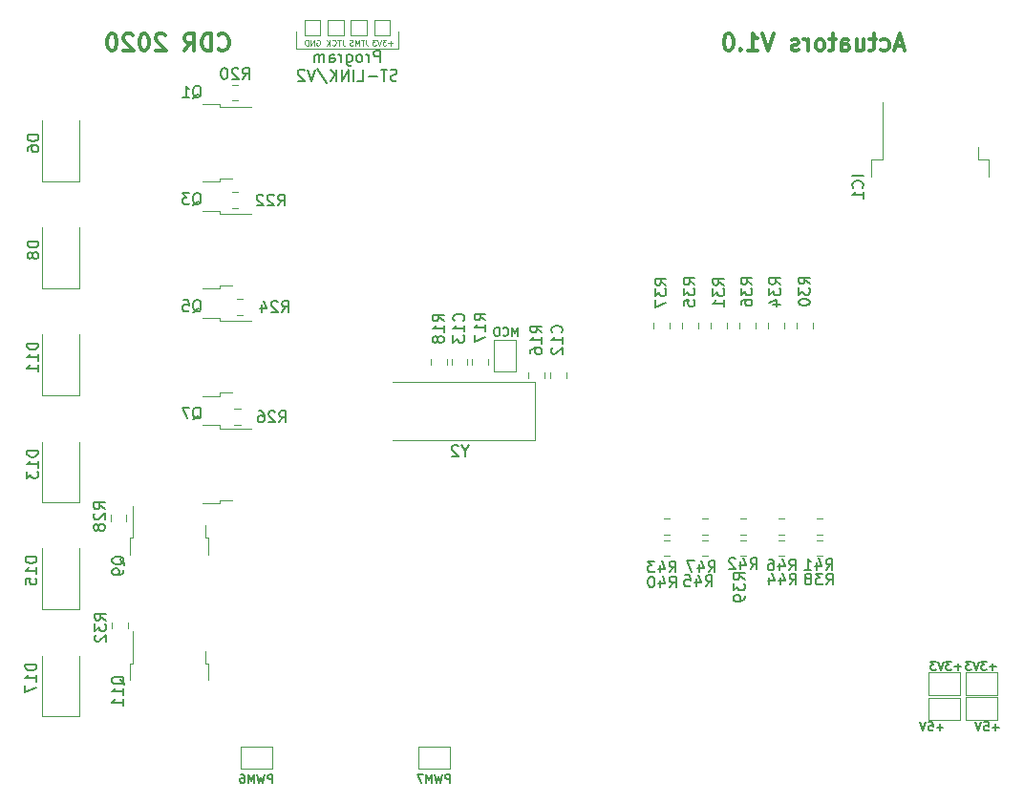
<source format=gbr>
G04 #@! TF.GenerationSoftware,KiCad,Pcbnew,(5.1.4)-1*
G04 #@! TF.CreationDate,2020-03-20T17:35:00+01:00*
G04 #@! TF.ProjectId,stm32f446_actuators,73746d33-3266-4343-9436-5f6163747561,rev?*
G04 #@! TF.SameCoordinates,Original*
G04 #@! TF.FileFunction,Legend,Bot*
G04 #@! TF.FilePolarity,Positive*
%FSLAX46Y46*%
G04 Gerber Fmt 4.6, Leading zero omitted, Abs format (unit mm)*
G04 Created by KiCad (PCBNEW (5.1.4)-1) date 2020-03-20 17:35:00*
%MOMM*%
%LPD*%
G04 APERTURE LIST*
%ADD10C,0.300000*%
%ADD11C,0.120000*%
%ADD12C,0.150000*%
%ADD13C,0.100000*%
G04 APERTURE END LIST*
D10*
X129427085Y-52675600D02*
X128712800Y-52675600D01*
X129569942Y-53104171D02*
X129069942Y-51604171D01*
X128569942Y-53104171D01*
X127427085Y-53032742D02*
X127569942Y-53104171D01*
X127855657Y-53104171D01*
X127998514Y-53032742D01*
X128069942Y-52961314D01*
X128141371Y-52818457D01*
X128141371Y-52389885D01*
X128069942Y-52247028D01*
X127998514Y-52175600D01*
X127855657Y-52104171D01*
X127569942Y-52104171D01*
X127427085Y-52175600D01*
X126998514Y-52104171D02*
X126427085Y-52104171D01*
X126784228Y-51604171D02*
X126784228Y-52889885D01*
X126712800Y-53032742D01*
X126569942Y-53104171D01*
X126427085Y-53104171D01*
X125284228Y-52104171D02*
X125284228Y-53104171D01*
X125927085Y-52104171D02*
X125927085Y-52889885D01*
X125855657Y-53032742D01*
X125712800Y-53104171D01*
X125498514Y-53104171D01*
X125355657Y-53032742D01*
X125284228Y-52961314D01*
X123927085Y-53104171D02*
X123927085Y-52318457D01*
X123998514Y-52175600D01*
X124141371Y-52104171D01*
X124427085Y-52104171D01*
X124569942Y-52175600D01*
X123927085Y-53032742D02*
X124069942Y-53104171D01*
X124427085Y-53104171D01*
X124569942Y-53032742D01*
X124641371Y-52889885D01*
X124641371Y-52747028D01*
X124569942Y-52604171D01*
X124427085Y-52532742D01*
X124069942Y-52532742D01*
X123927085Y-52461314D01*
X123427085Y-52104171D02*
X122855657Y-52104171D01*
X123212800Y-51604171D02*
X123212800Y-52889885D01*
X123141371Y-53032742D01*
X122998514Y-53104171D01*
X122855657Y-53104171D01*
X122141371Y-53104171D02*
X122284228Y-53032742D01*
X122355657Y-52961314D01*
X122427085Y-52818457D01*
X122427085Y-52389885D01*
X122355657Y-52247028D01*
X122284228Y-52175600D01*
X122141371Y-52104171D01*
X121927085Y-52104171D01*
X121784228Y-52175600D01*
X121712800Y-52247028D01*
X121641371Y-52389885D01*
X121641371Y-52818457D01*
X121712800Y-52961314D01*
X121784228Y-53032742D01*
X121927085Y-53104171D01*
X122141371Y-53104171D01*
X120998514Y-53104171D02*
X120998514Y-52104171D01*
X120998514Y-52389885D02*
X120927085Y-52247028D01*
X120855657Y-52175600D01*
X120712800Y-52104171D01*
X120569942Y-52104171D01*
X120141371Y-53032742D02*
X119998514Y-53104171D01*
X119712800Y-53104171D01*
X119569942Y-53032742D01*
X119498514Y-52889885D01*
X119498514Y-52818457D01*
X119569942Y-52675600D01*
X119712800Y-52604171D01*
X119927085Y-52604171D01*
X120069942Y-52532742D01*
X120141371Y-52389885D01*
X120141371Y-52318457D01*
X120069942Y-52175600D01*
X119927085Y-52104171D01*
X119712800Y-52104171D01*
X119569942Y-52175600D01*
X117927085Y-51604171D02*
X117427085Y-53104171D01*
X116927085Y-51604171D01*
X115641371Y-53104171D02*
X116498514Y-53104171D01*
X116069942Y-53104171D02*
X116069942Y-51604171D01*
X116212800Y-51818457D01*
X116355657Y-51961314D01*
X116498514Y-52032742D01*
X114998514Y-52961314D02*
X114927085Y-53032742D01*
X114998514Y-53104171D01*
X115069942Y-53032742D01*
X114998514Y-52961314D01*
X114998514Y-53104171D01*
X113998514Y-51604171D02*
X113855657Y-51604171D01*
X113712800Y-51675600D01*
X113641371Y-51747028D01*
X113569942Y-51889885D01*
X113498514Y-52175600D01*
X113498514Y-52532742D01*
X113569942Y-52818457D01*
X113641371Y-52961314D01*
X113712800Y-53032742D01*
X113855657Y-53104171D01*
X113998514Y-53104171D01*
X114141371Y-53032742D01*
X114212800Y-52961314D01*
X114284228Y-52818457D01*
X114355657Y-52532742D01*
X114355657Y-52175600D01*
X114284228Y-51889885D01*
X114212800Y-51747028D01*
X114141371Y-51675600D01*
X113998514Y-51604171D01*
X68700885Y-52961314D02*
X68772314Y-53032742D01*
X68986600Y-53104171D01*
X69129457Y-53104171D01*
X69343742Y-53032742D01*
X69486600Y-52889885D01*
X69558028Y-52747028D01*
X69629457Y-52461314D01*
X69629457Y-52247028D01*
X69558028Y-51961314D01*
X69486600Y-51818457D01*
X69343742Y-51675600D01*
X69129457Y-51604171D01*
X68986600Y-51604171D01*
X68772314Y-51675600D01*
X68700885Y-51747028D01*
X68058028Y-53104171D02*
X68058028Y-51604171D01*
X67700885Y-51604171D01*
X67486600Y-51675600D01*
X67343742Y-51818457D01*
X67272314Y-51961314D01*
X67200885Y-52247028D01*
X67200885Y-52461314D01*
X67272314Y-52747028D01*
X67343742Y-52889885D01*
X67486600Y-53032742D01*
X67700885Y-53104171D01*
X68058028Y-53104171D01*
X65700885Y-53104171D02*
X66200885Y-52389885D01*
X66558028Y-53104171D02*
X66558028Y-51604171D01*
X65986600Y-51604171D01*
X65843742Y-51675600D01*
X65772314Y-51747028D01*
X65700885Y-51889885D01*
X65700885Y-52104171D01*
X65772314Y-52247028D01*
X65843742Y-52318457D01*
X65986600Y-52389885D01*
X66558028Y-52389885D01*
X63986600Y-51747028D02*
X63915171Y-51675600D01*
X63772314Y-51604171D01*
X63415171Y-51604171D01*
X63272314Y-51675600D01*
X63200885Y-51747028D01*
X63129457Y-51889885D01*
X63129457Y-52032742D01*
X63200885Y-52247028D01*
X64058028Y-53104171D01*
X63129457Y-53104171D01*
X62200885Y-51604171D02*
X62058028Y-51604171D01*
X61915171Y-51675600D01*
X61843742Y-51747028D01*
X61772314Y-51889885D01*
X61700885Y-52175600D01*
X61700885Y-52532742D01*
X61772314Y-52818457D01*
X61843742Y-52961314D01*
X61915171Y-53032742D01*
X62058028Y-53104171D01*
X62200885Y-53104171D01*
X62343742Y-53032742D01*
X62415171Y-52961314D01*
X62486600Y-52818457D01*
X62558028Y-52532742D01*
X62558028Y-52175600D01*
X62486600Y-51889885D01*
X62415171Y-51747028D01*
X62343742Y-51675600D01*
X62200885Y-51604171D01*
X61129457Y-51747028D02*
X61058028Y-51675600D01*
X60915171Y-51604171D01*
X60558028Y-51604171D01*
X60415171Y-51675600D01*
X60343742Y-51747028D01*
X60272314Y-51889885D01*
X60272314Y-52032742D01*
X60343742Y-52247028D01*
X61200885Y-53104171D01*
X60272314Y-53104171D01*
X59343742Y-51604171D02*
X59200885Y-51604171D01*
X59058028Y-51675600D01*
X58986600Y-51747028D01*
X58915171Y-51889885D01*
X58843742Y-52175600D01*
X58843742Y-52532742D01*
X58915171Y-52818457D01*
X58986600Y-52961314D01*
X59058028Y-53032742D01*
X59200885Y-53104171D01*
X59343742Y-53104171D01*
X59486600Y-53032742D01*
X59558028Y-52961314D01*
X59629457Y-52818457D01*
X59700885Y-52532742D01*
X59700885Y-52175600D01*
X59629457Y-51889885D01*
X59558028Y-51747028D01*
X59486600Y-51675600D01*
X59343742Y-51604171D01*
D11*
X75590400Y-52908200D02*
X75590400Y-51409600D01*
X84632800Y-52908200D02*
X75590400Y-52908200D01*
X84632800Y-51409600D02*
X84632800Y-52908200D01*
D12*
X83041761Y-54110380D02*
X83041761Y-53110380D01*
X82660809Y-53110380D01*
X82565571Y-53158000D01*
X82517952Y-53205619D01*
X82470333Y-53300857D01*
X82470333Y-53443714D01*
X82517952Y-53538952D01*
X82565571Y-53586571D01*
X82660809Y-53634190D01*
X83041761Y-53634190D01*
X82041761Y-54110380D02*
X82041761Y-53443714D01*
X82041761Y-53634190D02*
X81994142Y-53538952D01*
X81946523Y-53491333D01*
X81851285Y-53443714D01*
X81756047Y-53443714D01*
X81279857Y-54110380D02*
X81375095Y-54062761D01*
X81422714Y-54015142D01*
X81470333Y-53919904D01*
X81470333Y-53634190D01*
X81422714Y-53538952D01*
X81375095Y-53491333D01*
X81279857Y-53443714D01*
X81137000Y-53443714D01*
X81041761Y-53491333D01*
X80994142Y-53538952D01*
X80946523Y-53634190D01*
X80946523Y-53919904D01*
X80994142Y-54015142D01*
X81041761Y-54062761D01*
X81137000Y-54110380D01*
X81279857Y-54110380D01*
X80089380Y-53443714D02*
X80089380Y-54253238D01*
X80137000Y-54348476D01*
X80184619Y-54396095D01*
X80279857Y-54443714D01*
X80422714Y-54443714D01*
X80517952Y-54396095D01*
X80089380Y-54062761D02*
X80184619Y-54110380D01*
X80375095Y-54110380D01*
X80470333Y-54062761D01*
X80517952Y-54015142D01*
X80565571Y-53919904D01*
X80565571Y-53634190D01*
X80517952Y-53538952D01*
X80470333Y-53491333D01*
X80375095Y-53443714D01*
X80184619Y-53443714D01*
X80089380Y-53491333D01*
X79613190Y-54110380D02*
X79613190Y-53443714D01*
X79613190Y-53634190D02*
X79565571Y-53538952D01*
X79517952Y-53491333D01*
X79422714Y-53443714D01*
X79327476Y-53443714D01*
X78565571Y-54110380D02*
X78565571Y-53586571D01*
X78613190Y-53491333D01*
X78708428Y-53443714D01*
X78898904Y-53443714D01*
X78994142Y-53491333D01*
X78565571Y-54062761D02*
X78660809Y-54110380D01*
X78898904Y-54110380D01*
X78994142Y-54062761D01*
X79041761Y-53967523D01*
X79041761Y-53872285D01*
X78994142Y-53777047D01*
X78898904Y-53729428D01*
X78660809Y-53729428D01*
X78565571Y-53681809D01*
X78089380Y-54110380D02*
X78089380Y-53443714D01*
X78089380Y-53538952D02*
X78041761Y-53491333D01*
X77946523Y-53443714D01*
X77803666Y-53443714D01*
X77708428Y-53491333D01*
X77660809Y-53586571D01*
X77660809Y-54110380D01*
X77660809Y-53586571D02*
X77613190Y-53491333D01*
X77517952Y-53443714D01*
X77375095Y-53443714D01*
X77279857Y-53491333D01*
X77232238Y-53586571D01*
X77232238Y-54110380D01*
X84517952Y-55712761D02*
X84375095Y-55760380D01*
X84137000Y-55760380D01*
X84041761Y-55712761D01*
X83994142Y-55665142D01*
X83946523Y-55569904D01*
X83946523Y-55474666D01*
X83994142Y-55379428D01*
X84041761Y-55331809D01*
X84137000Y-55284190D01*
X84327476Y-55236571D01*
X84422714Y-55188952D01*
X84470333Y-55141333D01*
X84517952Y-55046095D01*
X84517952Y-54950857D01*
X84470333Y-54855619D01*
X84422714Y-54808000D01*
X84327476Y-54760380D01*
X84089380Y-54760380D01*
X83946523Y-54808000D01*
X83660809Y-54760380D02*
X83089380Y-54760380D01*
X83375095Y-55760380D02*
X83375095Y-54760380D01*
X82756047Y-55379428D02*
X81994142Y-55379428D01*
X81041761Y-55760380D02*
X81517952Y-55760380D01*
X81517952Y-54760380D01*
X80708428Y-55760380D02*
X80708428Y-54760380D01*
X80232238Y-55760380D02*
X80232238Y-54760380D01*
X79660809Y-55760380D01*
X79660809Y-54760380D01*
X79184619Y-55760380D02*
X79184619Y-54760380D01*
X78613190Y-55760380D02*
X79041761Y-55188952D01*
X78613190Y-54760380D02*
X79184619Y-55331809D01*
X77470333Y-54712761D02*
X78327476Y-55998476D01*
X77279857Y-54760380D02*
X76946523Y-55760380D01*
X76613190Y-54760380D01*
X76327476Y-54855619D02*
X76279857Y-54808000D01*
X76184619Y-54760380D01*
X75946523Y-54760380D01*
X75851285Y-54808000D01*
X75803666Y-54855619D01*
X75756047Y-54950857D01*
X75756047Y-55046095D01*
X75803666Y-55188952D01*
X76375095Y-55760380D01*
X75756047Y-55760380D01*
D11*
X89207800Y-114773200D02*
X86407800Y-114773200D01*
X86407800Y-114773200D02*
X86407800Y-116773200D01*
X86407800Y-116773200D02*
X89207800Y-116773200D01*
X89207800Y-116773200D02*
X89207800Y-114773200D01*
X73459800Y-114798600D02*
X70659800Y-114798600D01*
X70659800Y-114798600D02*
X70659800Y-116798600D01*
X70659800Y-116798600D02*
X73459800Y-116798600D01*
X73459800Y-116798600D02*
X73459800Y-114798600D01*
X134927800Y-112448600D02*
X137727800Y-112448600D01*
X137727800Y-112448600D02*
X137727800Y-110448600D01*
X137727800Y-110448600D02*
X134927800Y-110448600D01*
X134927800Y-110448600D02*
X134927800Y-112448600D01*
X134426400Y-112455200D02*
X134426400Y-110455200D01*
X131626400Y-112455200D02*
X134426400Y-112455200D01*
X131626400Y-110455200D02*
X131626400Y-112455200D01*
X134426400Y-110455200D02*
X131626400Y-110455200D01*
X134921800Y-110220000D02*
X137721800Y-110220000D01*
X137721800Y-110220000D02*
X137721800Y-108220000D01*
X137721800Y-108220000D02*
X134921800Y-108220000D01*
X134921800Y-108220000D02*
X134921800Y-110220000D01*
X134419800Y-110220000D02*
X134419800Y-108220000D01*
X131619800Y-110220000D02*
X134419800Y-110220000D01*
X131619800Y-108220000D02*
X131619800Y-110220000D01*
X134419800Y-108220000D02*
X131619800Y-108220000D01*
X59284800Y-104347778D02*
X59284800Y-103830622D01*
X60704800Y-104347778D02*
X60704800Y-103830622D01*
X59132400Y-94797378D02*
X59132400Y-94280222D01*
X60552400Y-94797378D02*
X60552400Y-94280222D01*
X70644278Y-86282600D02*
X70127122Y-86282600D01*
X70644278Y-84862600D02*
X70127122Y-84862600D01*
X70895978Y-76529000D02*
X70378822Y-76529000D01*
X70895978Y-75109000D02*
X70378822Y-75109000D01*
X70464178Y-67029400D02*
X69947022Y-67029400D01*
X70464178Y-65609400D02*
X69947022Y-65609400D01*
X70464178Y-57529800D02*
X69947022Y-57529800D01*
X70464178Y-56109800D02*
X69947022Y-56109800D01*
X67518200Y-107410400D02*
X67518200Y-106310400D01*
X67788200Y-107410400D02*
X67518200Y-107410400D01*
X67788200Y-108910400D02*
X67788200Y-107410400D01*
X61158200Y-107410400D02*
X61158200Y-104580400D01*
X60888200Y-107410400D02*
X61158200Y-107410400D01*
X60888200Y-108910400D02*
X60888200Y-107410400D01*
X67518200Y-96310600D02*
X67518200Y-95210600D01*
X67788200Y-96310600D02*
X67518200Y-96310600D01*
X67788200Y-97810600D02*
X67788200Y-96310600D01*
X61158200Y-96310600D02*
X61158200Y-93480600D01*
X60888200Y-96310600D02*
X61158200Y-96310600D01*
X60888200Y-97810600D02*
X60888200Y-96310600D01*
X68814800Y-92943600D02*
X69914800Y-92943600D01*
X68814800Y-93213600D02*
X68814800Y-92943600D01*
X67314800Y-93213600D02*
X68814800Y-93213600D01*
X68814800Y-86583600D02*
X71644800Y-86583600D01*
X68814800Y-86313600D02*
X68814800Y-86583600D01*
X67314800Y-86313600D02*
X68814800Y-86313600D01*
X68814800Y-83444000D02*
X69914800Y-83444000D01*
X68814800Y-83714000D02*
X68814800Y-83444000D01*
X67314800Y-83714000D02*
X68814800Y-83714000D01*
X68814800Y-77084000D02*
X71644800Y-77084000D01*
X68814800Y-76814000D02*
X68814800Y-77084000D01*
X67314800Y-76814000D02*
X68814800Y-76814000D01*
X68814800Y-73944400D02*
X69914800Y-73944400D01*
X68814800Y-74214400D02*
X68814800Y-73944400D01*
X67314800Y-74214400D02*
X68814800Y-74214400D01*
X68814800Y-67584400D02*
X71644800Y-67584400D01*
X68814800Y-67314400D02*
X68814800Y-67584400D01*
X67314800Y-67314400D02*
X68814800Y-67314400D01*
X68814800Y-64444800D02*
X69914800Y-64444800D01*
X68814800Y-64714800D02*
X68814800Y-64444800D01*
X67314800Y-64714800D02*
X68814800Y-64714800D01*
X68814800Y-58084800D02*
X71644800Y-58084800D01*
X68814800Y-57814800D02*
X68814800Y-58084800D01*
X67314800Y-57814800D02*
X68814800Y-57814800D01*
X56387000Y-112137400D02*
X56387000Y-106737400D01*
X53087000Y-112137400D02*
X53087000Y-106737400D01*
X56387000Y-112137400D02*
X53087000Y-112137400D01*
X56412400Y-102637800D02*
X56412400Y-97237800D01*
X53112400Y-102637800D02*
X53112400Y-97237800D01*
X56412400Y-102637800D02*
X53112400Y-102637800D01*
X56412400Y-93163600D02*
X56412400Y-87763600D01*
X53112400Y-93163600D02*
X53112400Y-87763600D01*
X56412400Y-93163600D02*
X53112400Y-93163600D01*
X56412400Y-83664000D02*
X56412400Y-78264000D01*
X53112400Y-83664000D02*
X53112400Y-78264000D01*
X56412400Y-83664000D02*
X53112400Y-83664000D01*
X56412400Y-74164400D02*
X56412400Y-68764400D01*
X53112400Y-74164400D02*
X53112400Y-68764400D01*
X56412400Y-74164400D02*
X53112400Y-74164400D01*
X56412400Y-64664800D02*
X56412400Y-59264800D01*
X53112400Y-64664800D02*
X53112400Y-59264800D01*
X56412400Y-64664800D02*
X53112400Y-64664800D01*
X126600600Y-64285200D02*
X126600600Y-62785200D01*
X126600600Y-62785200D02*
X127550600Y-62785200D01*
X127550600Y-62785200D02*
X127550600Y-57660200D01*
X137000600Y-64285200D02*
X137000600Y-62785200D01*
X137000600Y-62785200D02*
X136050600Y-62785200D01*
X136050600Y-62785200D02*
X136050600Y-61685200D01*
X92575400Y-80445922D02*
X92575400Y-80963078D01*
X91155400Y-80445922D02*
X91155400Y-80963078D01*
X93080000Y-78765000D02*
X93080000Y-81565000D01*
X93080000Y-81565000D02*
X95080000Y-81565000D01*
X95080000Y-81565000D02*
X95080000Y-78765000D01*
X95080000Y-78765000D02*
X93080000Y-78765000D01*
X87529600Y-80979778D02*
X87529600Y-80462622D01*
X88949600Y-80979778D02*
X88949600Y-80462622D01*
X89355400Y-80963078D02*
X89355400Y-80445922D01*
X90775400Y-80963078D02*
X90775400Y-80445922D01*
X98110000Y-82106078D02*
X98110000Y-81588922D01*
X99530000Y-82106078D02*
X99530000Y-81588922D01*
X97630000Y-81588922D02*
X97630000Y-82106078D01*
X96210000Y-81588922D02*
X96210000Y-82106078D01*
X96760000Y-87610000D02*
X84160000Y-87610000D01*
X96760000Y-82510000D02*
X96760000Y-87610000D01*
X84160000Y-82510000D02*
X96760000Y-82510000D01*
X108199422Y-96010800D02*
X108716578Y-96010800D01*
X108199422Y-94590800D02*
X108716578Y-94590800D01*
X108199422Y-97915800D02*
X108716578Y-97915800D01*
X108199422Y-96495800D02*
X108716578Y-96495800D01*
X111577622Y-96010800D02*
X112094778Y-96010800D01*
X111577622Y-94590800D02*
X112094778Y-94590800D01*
X118334022Y-96010800D02*
X118851178Y-96010800D01*
X118334022Y-94590800D02*
X118851178Y-94590800D01*
X111577622Y-97915800D02*
X112094778Y-97915800D01*
X111577622Y-96495800D02*
X112094778Y-96495800D01*
X118334022Y-97915800D02*
X118851178Y-97915800D01*
X118334022Y-96495800D02*
X118851178Y-96495800D01*
X114955822Y-96010800D02*
X115472978Y-96010800D01*
X114955822Y-94590800D02*
X115472978Y-94590800D01*
X121712222Y-96010800D02*
X122229378Y-96010800D01*
X121712222Y-94590800D02*
X122229378Y-94590800D01*
X114955822Y-97915800D02*
X115472978Y-97915800D01*
X114955822Y-96495800D02*
X115472978Y-96495800D01*
X121712222Y-97915800D02*
X122229378Y-97915800D01*
X121712222Y-96495800D02*
X122229378Y-96495800D01*
X108660000Y-77728578D02*
X108660000Y-77211422D01*
X107240000Y-77728578D02*
X107240000Y-77211422D01*
X116280000Y-77728578D02*
X116280000Y-77211422D01*
X114860000Y-77728578D02*
X114860000Y-77211422D01*
X111200000Y-77728578D02*
X111200000Y-77211422D01*
X109780000Y-77728578D02*
X109780000Y-77211422D01*
X118820000Y-77703178D02*
X118820000Y-77186022D01*
X117400000Y-77703178D02*
X117400000Y-77186022D01*
X113740000Y-77728578D02*
X113740000Y-77211422D01*
X112320000Y-77728578D02*
X112320000Y-77211422D01*
X121360000Y-77703178D02*
X121360000Y-77186022D01*
X119940000Y-77703178D02*
X119940000Y-77186022D01*
X77738200Y-51754000D02*
X77738200Y-50354000D01*
X76338200Y-51754000D02*
X77738200Y-51754000D01*
X76338200Y-50354000D02*
X76338200Y-51754000D01*
X77738200Y-50354000D02*
X76338200Y-50354000D01*
X79795600Y-51754000D02*
X79795600Y-50354000D01*
X78395600Y-51754000D02*
X79795600Y-51754000D01*
X78395600Y-50354000D02*
X78395600Y-51754000D01*
X79795600Y-50354000D02*
X78395600Y-50354000D01*
X81853000Y-50354000D02*
X80453000Y-50354000D01*
X80453000Y-50354000D02*
X80453000Y-51754000D01*
X80453000Y-51754000D02*
X81853000Y-51754000D01*
X81853000Y-51754000D02*
X81853000Y-50354000D01*
X83910400Y-50354000D02*
X82510400Y-50354000D01*
X82510400Y-50354000D02*
X82510400Y-51754000D01*
X82510400Y-51754000D02*
X83910400Y-51754000D01*
X83910400Y-51754000D02*
X83910400Y-50354000D01*
D12*
X89218514Y-118012485D02*
X89218514Y-117262485D01*
X88932800Y-117262485D01*
X88861371Y-117298200D01*
X88825657Y-117333914D01*
X88789942Y-117405342D01*
X88789942Y-117512485D01*
X88825657Y-117583914D01*
X88861371Y-117619628D01*
X88932800Y-117655342D01*
X89218514Y-117655342D01*
X88539942Y-117262485D02*
X88361371Y-118012485D01*
X88218514Y-117476771D01*
X88075657Y-118012485D01*
X87897085Y-117262485D01*
X87611371Y-118012485D02*
X87611371Y-117262485D01*
X87361371Y-117798200D01*
X87111371Y-117262485D01*
X87111371Y-118012485D01*
X86825657Y-117262485D02*
X86325657Y-117262485D01*
X86647085Y-118012485D01*
X73470514Y-118037885D02*
X73470514Y-117287885D01*
X73184800Y-117287885D01*
X73113371Y-117323600D01*
X73077657Y-117359314D01*
X73041942Y-117430742D01*
X73041942Y-117537885D01*
X73077657Y-117609314D01*
X73113371Y-117645028D01*
X73184800Y-117680742D01*
X73470514Y-117680742D01*
X72791942Y-117287885D02*
X72613371Y-118037885D01*
X72470514Y-117502171D01*
X72327657Y-118037885D01*
X72149085Y-117287885D01*
X71863371Y-118037885D02*
X71863371Y-117287885D01*
X71613371Y-117823600D01*
X71363371Y-117287885D01*
X71363371Y-118037885D01*
X70684800Y-117287885D02*
X70827657Y-117287885D01*
X70899085Y-117323600D01*
X70934800Y-117359314D01*
X71006228Y-117466457D01*
X71041942Y-117609314D01*
X71041942Y-117895028D01*
X71006228Y-117966457D01*
X70970514Y-118002171D01*
X70899085Y-118037885D01*
X70756228Y-118037885D01*
X70684800Y-118002171D01*
X70649085Y-117966457D01*
X70613371Y-117895028D01*
X70613371Y-117716457D01*
X70649085Y-117645028D01*
X70684800Y-117609314D01*
X70756228Y-117573600D01*
X70899085Y-117573600D01*
X70970514Y-117609314D01*
X71006228Y-117645028D01*
X71041942Y-117716457D01*
X137870285Y-113108971D02*
X137298857Y-113108971D01*
X137584571Y-113394685D02*
X137584571Y-112823257D01*
X136584571Y-112644685D02*
X136941714Y-112644685D01*
X136977428Y-113001828D01*
X136941714Y-112966114D01*
X136870285Y-112930400D01*
X136691714Y-112930400D01*
X136620285Y-112966114D01*
X136584571Y-113001828D01*
X136548857Y-113073257D01*
X136548857Y-113251828D01*
X136584571Y-113323257D01*
X136620285Y-113358971D01*
X136691714Y-113394685D01*
X136870285Y-113394685D01*
X136941714Y-113358971D01*
X136977428Y-113323257D01*
X136334571Y-112644685D02*
X136084571Y-113394685D01*
X135834571Y-112644685D01*
X132942685Y-113108971D02*
X132371257Y-113108971D01*
X132656971Y-113394685D02*
X132656971Y-112823257D01*
X131656971Y-112644685D02*
X132014114Y-112644685D01*
X132049828Y-113001828D01*
X132014114Y-112966114D01*
X131942685Y-112930400D01*
X131764114Y-112930400D01*
X131692685Y-112966114D01*
X131656971Y-113001828D01*
X131621257Y-113073257D01*
X131621257Y-113251828D01*
X131656971Y-113323257D01*
X131692685Y-113358971D01*
X131764114Y-113394685D01*
X131942685Y-113394685D01*
X132014114Y-113358971D01*
X132049828Y-113323257D01*
X131406971Y-112644685D02*
X131156971Y-113394685D01*
X130906971Y-112644685D01*
X137643228Y-107724171D02*
X137071800Y-107724171D01*
X137357514Y-108009885D02*
X137357514Y-107438457D01*
X136786085Y-107259885D02*
X136321800Y-107259885D01*
X136571800Y-107545600D01*
X136464657Y-107545600D01*
X136393228Y-107581314D01*
X136357514Y-107617028D01*
X136321800Y-107688457D01*
X136321800Y-107867028D01*
X136357514Y-107938457D01*
X136393228Y-107974171D01*
X136464657Y-108009885D01*
X136678942Y-108009885D01*
X136750371Y-107974171D01*
X136786085Y-107938457D01*
X136107514Y-107259885D02*
X135857514Y-108009885D01*
X135607514Y-107259885D01*
X135428942Y-107259885D02*
X134964657Y-107259885D01*
X135214657Y-107545600D01*
X135107514Y-107545600D01*
X135036085Y-107581314D01*
X135000371Y-107617028D01*
X134964657Y-107688457D01*
X134964657Y-107867028D01*
X135000371Y-107938457D01*
X135036085Y-107974171D01*
X135107514Y-108009885D01*
X135321800Y-108009885D01*
X135393228Y-107974171D01*
X135428942Y-107938457D01*
X134519028Y-107724171D02*
X133947600Y-107724171D01*
X134233314Y-108009885D02*
X134233314Y-107438457D01*
X133661885Y-107259885D02*
X133197600Y-107259885D01*
X133447600Y-107545600D01*
X133340457Y-107545600D01*
X133269028Y-107581314D01*
X133233314Y-107617028D01*
X133197600Y-107688457D01*
X133197600Y-107867028D01*
X133233314Y-107938457D01*
X133269028Y-107974171D01*
X133340457Y-108009885D01*
X133554742Y-108009885D01*
X133626171Y-107974171D01*
X133661885Y-107938457D01*
X132983314Y-107259885D02*
X132733314Y-108009885D01*
X132483314Y-107259885D01*
X132304742Y-107259885D02*
X131840457Y-107259885D01*
X132090457Y-107545600D01*
X131983314Y-107545600D01*
X131911885Y-107581314D01*
X131876171Y-107617028D01*
X131840457Y-107688457D01*
X131840457Y-107867028D01*
X131876171Y-107938457D01*
X131911885Y-107974171D01*
X131983314Y-108009885D01*
X132197600Y-108009885D01*
X132269028Y-107974171D01*
X132304742Y-107938457D01*
X58745380Y-103598742D02*
X58269190Y-103265409D01*
X58745380Y-103027314D02*
X57745380Y-103027314D01*
X57745380Y-103408266D01*
X57793000Y-103503504D01*
X57840619Y-103551123D01*
X57935857Y-103598742D01*
X58078714Y-103598742D01*
X58173952Y-103551123D01*
X58221571Y-103503504D01*
X58269190Y-103408266D01*
X58269190Y-103027314D01*
X57745380Y-103932076D02*
X57745380Y-104551123D01*
X58126333Y-104217790D01*
X58126333Y-104360647D01*
X58173952Y-104455885D01*
X58221571Y-104503504D01*
X58316809Y-104551123D01*
X58554904Y-104551123D01*
X58650142Y-104503504D01*
X58697761Y-104455885D01*
X58745380Y-104360647D01*
X58745380Y-104074933D01*
X58697761Y-103979695D01*
X58650142Y-103932076D01*
X57840619Y-104932076D02*
X57793000Y-104979695D01*
X57745380Y-105074933D01*
X57745380Y-105313028D01*
X57793000Y-105408266D01*
X57840619Y-105455885D01*
X57935857Y-105503504D01*
X58031095Y-105503504D01*
X58173952Y-105455885D01*
X58745380Y-104884457D01*
X58745380Y-105503504D01*
X58643780Y-93743542D02*
X58167590Y-93410209D01*
X58643780Y-93172114D02*
X57643780Y-93172114D01*
X57643780Y-93553066D01*
X57691400Y-93648304D01*
X57739019Y-93695923D01*
X57834257Y-93743542D01*
X57977114Y-93743542D01*
X58072352Y-93695923D01*
X58119971Y-93648304D01*
X58167590Y-93553066D01*
X58167590Y-93172114D01*
X57739019Y-94124495D02*
X57691400Y-94172114D01*
X57643780Y-94267352D01*
X57643780Y-94505447D01*
X57691400Y-94600685D01*
X57739019Y-94648304D01*
X57834257Y-94695923D01*
X57929495Y-94695923D01*
X58072352Y-94648304D01*
X58643780Y-94076876D01*
X58643780Y-94695923D01*
X58072352Y-95267352D02*
X58024733Y-95172114D01*
X57977114Y-95124495D01*
X57881876Y-95076876D01*
X57834257Y-95076876D01*
X57739019Y-95124495D01*
X57691400Y-95172114D01*
X57643780Y-95267352D01*
X57643780Y-95457828D01*
X57691400Y-95553066D01*
X57739019Y-95600685D01*
X57834257Y-95648304D01*
X57881876Y-95648304D01*
X57977114Y-95600685D01*
X58024733Y-95553066D01*
X58072352Y-95457828D01*
X58072352Y-95267352D01*
X58119971Y-95172114D01*
X58167590Y-95124495D01*
X58262828Y-95076876D01*
X58453304Y-95076876D01*
X58548542Y-95124495D01*
X58596161Y-95172114D01*
X58643780Y-95267352D01*
X58643780Y-95457828D01*
X58596161Y-95553066D01*
X58548542Y-95600685D01*
X58453304Y-95648304D01*
X58262828Y-95648304D01*
X58167590Y-95600685D01*
X58119971Y-95553066D01*
X58072352Y-95457828D01*
X74099657Y-86050380D02*
X74432990Y-85574190D01*
X74671085Y-86050380D02*
X74671085Y-85050380D01*
X74290133Y-85050380D01*
X74194895Y-85098000D01*
X74147276Y-85145619D01*
X74099657Y-85240857D01*
X74099657Y-85383714D01*
X74147276Y-85478952D01*
X74194895Y-85526571D01*
X74290133Y-85574190D01*
X74671085Y-85574190D01*
X73718704Y-85145619D02*
X73671085Y-85098000D01*
X73575847Y-85050380D01*
X73337752Y-85050380D01*
X73242514Y-85098000D01*
X73194895Y-85145619D01*
X73147276Y-85240857D01*
X73147276Y-85336095D01*
X73194895Y-85478952D01*
X73766323Y-86050380D01*
X73147276Y-86050380D01*
X72290133Y-85050380D02*
X72480609Y-85050380D01*
X72575847Y-85098000D01*
X72623466Y-85145619D01*
X72718704Y-85288476D01*
X72766323Y-85478952D01*
X72766323Y-85859904D01*
X72718704Y-85955142D01*
X72671085Y-86002761D01*
X72575847Y-86050380D01*
X72385371Y-86050380D01*
X72290133Y-86002761D01*
X72242514Y-85955142D01*
X72194895Y-85859904D01*
X72194895Y-85621809D01*
X72242514Y-85526571D01*
X72290133Y-85478952D01*
X72385371Y-85431333D01*
X72575847Y-85431333D01*
X72671085Y-85478952D01*
X72718704Y-85526571D01*
X72766323Y-85621809D01*
X74328257Y-76296780D02*
X74661590Y-75820590D01*
X74899685Y-76296780D02*
X74899685Y-75296780D01*
X74518733Y-75296780D01*
X74423495Y-75344400D01*
X74375876Y-75392019D01*
X74328257Y-75487257D01*
X74328257Y-75630114D01*
X74375876Y-75725352D01*
X74423495Y-75772971D01*
X74518733Y-75820590D01*
X74899685Y-75820590D01*
X73947304Y-75392019D02*
X73899685Y-75344400D01*
X73804447Y-75296780D01*
X73566352Y-75296780D01*
X73471114Y-75344400D01*
X73423495Y-75392019D01*
X73375876Y-75487257D01*
X73375876Y-75582495D01*
X73423495Y-75725352D01*
X73994923Y-76296780D01*
X73375876Y-76296780D01*
X72518733Y-75630114D02*
X72518733Y-76296780D01*
X72756828Y-75249161D02*
X72994923Y-75963447D01*
X72375876Y-75963447D01*
X73998057Y-66847980D02*
X74331390Y-66371790D01*
X74569485Y-66847980D02*
X74569485Y-65847980D01*
X74188533Y-65847980D01*
X74093295Y-65895600D01*
X74045676Y-65943219D01*
X73998057Y-66038457D01*
X73998057Y-66181314D01*
X74045676Y-66276552D01*
X74093295Y-66324171D01*
X74188533Y-66371790D01*
X74569485Y-66371790D01*
X73617104Y-65943219D02*
X73569485Y-65895600D01*
X73474247Y-65847980D01*
X73236152Y-65847980D01*
X73140914Y-65895600D01*
X73093295Y-65943219D01*
X73045676Y-66038457D01*
X73045676Y-66133695D01*
X73093295Y-66276552D01*
X73664723Y-66847980D01*
X73045676Y-66847980D01*
X72664723Y-65943219D02*
X72617104Y-65895600D01*
X72521866Y-65847980D01*
X72283771Y-65847980D01*
X72188533Y-65895600D01*
X72140914Y-65943219D01*
X72093295Y-66038457D01*
X72093295Y-66133695D01*
X72140914Y-66276552D01*
X72712342Y-66847980D01*
X72093295Y-66847980D01*
X70848457Y-55622180D02*
X71181790Y-55145990D01*
X71419885Y-55622180D02*
X71419885Y-54622180D01*
X71038933Y-54622180D01*
X70943695Y-54669800D01*
X70896076Y-54717419D01*
X70848457Y-54812657D01*
X70848457Y-54955514D01*
X70896076Y-55050752D01*
X70943695Y-55098371D01*
X71038933Y-55145990D01*
X71419885Y-55145990D01*
X70467504Y-54717419D02*
X70419885Y-54669800D01*
X70324647Y-54622180D01*
X70086552Y-54622180D01*
X69991314Y-54669800D01*
X69943695Y-54717419D01*
X69896076Y-54812657D01*
X69896076Y-54907895D01*
X69943695Y-55050752D01*
X70515123Y-55622180D01*
X69896076Y-55622180D01*
X69277028Y-54622180D02*
X69181790Y-54622180D01*
X69086552Y-54669800D01*
X69038933Y-54717419D01*
X68991314Y-54812657D01*
X68943695Y-55003133D01*
X68943695Y-55241228D01*
X68991314Y-55431704D01*
X69038933Y-55526942D01*
X69086552Y-55574561D01*
X69181790Y-55622180D01*
X69277028Y-55622180D01*
X69372266Y-55574561D01*
X69419885Y-55526942D01*
X69467504Y-55431704D01*
X69515123Y-55241228D01*
X69515123Y-55003133D01*
X69467504Y-54812657D01*
X69419885Y-54717419D01*
X69372266Y-54669800D01*
X69277028Y-54622180D01*
X60385819Y-109308971D02*
X60338200Y-109213733D01*
X60242961Y-109118495D01*
X60100104Y-108975638D01*
X60052485Y-108880400D01*
X60052485Y-108785161D01*
X60290580Y-108832780D02*
X60242961Y-108737542D01*
X60147723Y-108642304D01*
X59957247Y-108594685D01*
X59623914Y-108594685D01*
X59433438Y-108642304D01*
X59338200Y-108737542D01*
X59290580Y-108832780D01*
X59290580Y-109023257D01*
X59338200Y-109118495D01*
X59433438Y-109213733D01*
X59623914Y-109261352D01*
X59957247Y-109261352D01*
X60147723Y-109213733D01*
X60242961Y-109118495D01*
X60290580Y-109023257D01*
X60290580Y-108832780D01*
X60290580Y-110213733D02*
X60290580Y-109642304D01*
X60290580Y-109928019D02*
X59290580Y-109928019D01*
X59433438Y-109832780D01*
X59528676Y-109737542D01*
X59576295Y-109642304D01*
X60290580Y-111166114D02*
X60290580Y-110594685D01*
X60290580Y-110880400D02*
X59290580Y-110880400D01*
X59433438Y-110785161D01*
X59528676Y-110689923D01*
X59576295Y-110594685D01*
X60385819Y-98685361D02*
X60338200Y-98590123D01*
X60242961Y-98494885D01*
X60100104Y-98352028D01*
X60052485Y-98256790D01*
X60052485Y-98161552D01*
X60290580Y-98209171D02*
X60242961Y-98113933D01*
X60147723Y-98018695D01*
X59957247Y-97971076D01*
X59623914Y-97971076D01*
X59433438Y-98018695D01*
X59338200Y-98113933D01*
X59290580Y-98209171D01*
X59290580Y-98399647D01*
X59338200Y-98494885D01*
X59433438Y-98590123D01*
X59623914Y-98637742D01*
X59957247Y-98637742D01*
X60147723Y-98590123D01*
X60242961Y-98494885D01*
X60290580Y-98399647D01*
X60290580Y-98209171D01*
X60290580Y-99113933D02*
X60290580Y-99304409D01*
X60242961Y-99399647D01*
X60195342Y-99447266D01*
X60052485Y-99542504D01*
X59862009Y-99590123D01*
X59481057Y-99590123D01*
X59385819Y-99542504D01*
X59338200Y-99494885D01*
X59290580Y-99399647D01*
X59290580Y-99209171D01*
X59338200Y-99113933D01*
X59385819Y-99066314D01*
X59481057Y-99018695D01*
X59719152Y-99018695D01*
X59814390Y-99066314D01*
X59862009Y-99113933D01*
X59909628Y-99209171D01*
X59909628Y-99399647D01*
X59862009Y-99494885D01*
X59814390Y-99542504D01*
X59719152Y-99590123D01*
X66440038Y-85811219D02*
X66535276Y-85763600D01*
X66630514Y-85668361D01*
X66773371Y-85525504D01*
X66868609Y-85477885D01*
X66963847Y-85477885D01*
X66916228Y-85715980D02*
X67011466Y-85668361D01*
X67106704Y-85573123D01*
X67154323Y-85382647D01*
X67154323Y-85049314D01*
X67106704Y-84858838D01*
X67011466Y-84763600D01*
X66916228Y-84715980D01*
X66725752Y-84715980D01*
X66630514Y-84763600D01*
X66535276Y-84858838D01*
X66487657Y-85049314D01*
X66487657Y-85382647D01*
X66535276Y-85573123D01*
X66630514Y-85668361D01*
X66725752Y-85715980D01*
X66916228Y-85715980D01*
X66154323Y-84715980D02*
X65487657Y-84715980D01*
X65916228Y-85715980D01*
X66440038Y-76311619D02*
X66535276Y-76264000D01*
X66630514Y-76168761D01*
X66773371Y-76025904D01*
X66868609Y-75978285D01*
X66963847Y-75978285D01*
X66916228Y-76216380D02*
X67011466Y-76168761D01*
X67106704Y-76073523D01*
X67154323Y-75883047D01*
X67154323Y-75549714D01*
X67106704Y-75359238D01*
X67011466Y-75264000D01*
X66916228Y-75216380D01*
X66725752Y-75216380D01*
X66630514Y-75264000D01*
X66535276Y-75359238D01*
X66487657Y-75549714D01*
X66487657Y-75883047D01*
X66535276Y-76073523D01*
X66630514Y-76168761D01*
X66725752Y-76216380D01*
X66916228Y-76216380D01*
X65582895Y-75216380D02*
X66059085Y-75216380D01*
X66106704Y-75692571D01*
X66059085Y-75644952D01*
X65963847Y-75597333D01*
X65725752Y-75597333D01*
X65630514Y-75644952D01*
X65582895Y-75692571D01*
X65535276Y-75787809D01*
X65535276Y-76025904D01*
X65582895Y-76121142D01*
X65630514Y-76168761D01*
X65725752Y-76216380D01*
X65963847Y-76216380D01*
X66059085Y-76168761D01*
X66106704Y-76121142D01*
X66440038Y-66812019D02*
X66535276Y-66764400D01*
X66630514Y-66669161D01*
X66773371Y-66526304D01*
X66868609Y-66478685D01*
X66963847Y-66478685D01*
X66916228Y-66716780D02*
X67011466Y-66669161D01*
X67106704Y-66573923D01*
X67154323Y-66383447D01*
X67154323Y-66050114D01*
X67106704Y-65859638D01*
X67011466Y-65764400D01*
X66916228Y-65716780D01*
X66725752Y-65716780D01*
X66630514Y-65764400D01*
X66535276Y-65859638D01*
X66487657Y-66050114D01*
X66487657Y-66383447D01*
X66535276Y-66573923D01*
X66630514Y-66669161D01*
X66725752Y-66716780D01*
X66916228Y-66716780D01*
X66154323Y-65716780D02*
X65535276Y-65716780D01*
X65868609Y-66097733D01*
X65725752Y-66097733D01*
X65630514Y-66145352D01*
X65582895Y-66192971D01*
X65535276Y-66288209D01*
X65535276Y-66526304D01*
X65582895Y-66621542D01*
X65630514Y-66669161D01*
X65725752Y-66716780D01*
X66011466Y-66716780D01*
X66106704Y-66669161D01*
X66154323Y-66621542D01*
X66440038Y-57312419D02*
X66535276Y-57264800D01*
X66630514Y-57169561D01*
X66773371Y-57026704D01*
X66868609Y-56979085D01*
X66963847Y-56979085D01*
X66916228Y-57217180D02*
X67011466Y-57169561D01*
X67106704Y-57074323D01*
X67154323Y-56883847D01*
X67154323Y-56550514D01*
X67106704Y-56360038D01*
X67011466Y-56264800D01*
X66916228Y-56217180D01*
X66725752Y-56217180D01*
X66630514Y-56264800D01*
X66535276Y-56360038D01*
X66487657Y-56550514D01*
X66487657Y-56883847D01*
X66535276Y-57074323D01*
X66630514Y-57169561D01*
X66725752Y-57217180D01*
X66916228Y-57217180D01*
X65535276Y-57217180D02*
X66106704Y-57217180D01*
X65820990Y-57217180D02*
X65820990Y-56217180D01*
X65916228Y-56360038D01*
X66011466Y-56455276D01*
X66106704Y-56502895D01*
X52585880Y-107497714D02*
X51585880Y-107497714D01*
X51585880Y-107735809D01*
X51633500Y-107878666D01*
X51728738Y-107973904D01*
X51823976Y-108021523D01*
X52014452Y-108069142D01*
X52157309Y-108069142D01*
X52347785Y-108021523D01*
X52443023Y-107973904D01*
X52538261Y-107878666D01*
X52585880Y-107735809D01*
X52585880Y-107497714D01*
X52585880Y-109021523D02*
X52585880Y-108450095D01*
X52585880Y-108735809D02*
X51585880Y-108735809D01*
X51728738Y-108640571D01*
X51823976Y-108545333D01*
X51871595Y-108450095D01*
X51585880Y-109354857D02*
X51585880Y-110021523D01*
X52585880Y-109592952D01*
X52598580Y-97985414D02*
X51598580Y-97985414D01*
X51598580Y-98223509D01*
X51646200Y-98366366D01*
X51741438Y-98461604D01*
X51836676Y-98509223D01*
X52027152Y-98556842D01*
X52170009Y-98556842D01*
X52360485Y-98509223D01*
X52455723Y-98461604D01*
X52550961Y-98366366D01*
X52598580Y-98223509D01*
X52598580Y-97985414D01*
X52598580Y-99509223D02*
X52598580Y-98937795D01*
X52598580Y-99223509D02*
X51598580Y-99223509D01*
X51741438Y-99128271D01*
X51836676Y-99033033D01*
X51884295Y-98937795D01*
X51598580Y-100413985D02*
X51598580Y-99937795D01*
X52074771Y-99890176D01*
X52027152Y-99937795D01*
X51979533Y-100033033D01*
X51979533Y-100271128D01*
X52027152Y-100366366D01*
X52074771Y-100413985D01*
X52170009Y-100461604D01*
X52408104Y-100461604D01*
X52503342Y-100413985D01*
X52550961Y-100366366D01*
X52598580Y-100271128D01*
X52598580Y-100033033D01*
X52550961Y-99937795D01*
X52503342Y-99890176D01*
X52712880Y-88549314D02*
X51712880Y-88549314D01*
X51712880Y-88787409D01*
X51760500Y-88930266D01*
X51855738Y-89025504D01*
X51950976Y-89073123D01*
X52141452Y-89120742D01*
X52284309Y-89120742D01*
X52474785Y-89073123D01*
X52570023Y-89025504D01*
X52665261Y-88930266D01*
X52712880Y-88787409D01*
X52712880Y-88549314D01*
X52712880Y-90073123D02*
X52712880Y-89501695D01*
X52712880Y-89787409D02*
X51712880Y-89787409D01*
X51855738Y-89692171D01*
X51950976Y-89596933D01*
X51998595Y-89501695D01*
X51712880Y-90406457D02*
X51712880Y-91025504D01*
X52093833Y-90692171D01*
X52093833Y-90835028D01*
X52141452Y-90930266D01*
X52189071Y-90977885D01*
X52284309Y-91025504D01*
X52522404Y-91025504D01*
X52617642Y-90977885D01*
X52665261Y-90930266D01*
X52712880Y-90835028D01*
X52712880Y-90549314D01*
X52665261Y-90454076D01*
X52617642Y-90406457D01*
X52738280Y-79062414D02*
X51738280Y-79062414D01*
X51738280Y-79300509D01*
X51785900Y-79443366D01*
X51881138Y-79538604D01*
X51976376Y-79586223D01*
X52166852Y-79633842D01*
X52309709Y-79633842D01*
X52500185Y-79586223D01*
X52595423Y-79538604D01*
X52690661Y-79443366D01*
X52738280Y-79300509D01*
X52738280Y-79062414D01*
X52738280Y-80586223D02*
X52738280Y-80014795D01*
X52738280Y-80300509D02*
X51738280Y-80300509D01*
X51881138Y-80205271D01*
X51976376Y-80110033D01*
X52023995Y-80014795D01*
X52738280Y-81538604D02*
X52738280Y-80967176D01*
X52738280Y-81252890D02*
X51738280Y-81252890D01*
X51881138Y-81157652D01*
X51976376Y-81062414D01*
X52023995Y-80967176D01*
X52776380Y-70000904D02*
X51776380Y-70000904D01*
X51776380Y-70239000D01*
X51824000Y-70381857D01*
X51919238Y-70477095D01*
X52014476Y-70524714D01*
X52204952Y-70572333D01*
X52347809Y-70572333D01*
X52538285Y-70524714D01*
X52633523Y-70477095D01*
X52728761Y-70381857D01*
X52776380Y-70239000D01*
X52776380Y-70000904D01*
X52204952Y-71143761D02*
X52157333Y-71048523D01*
X52109714Y-71000904D01*
X52014476Y-70953285D01*
X51966857Y-70953285D01*
X51871619Y-71000904D01*
X51824000Y-71048523D01*
X51776380Y-71143761D01*
X51776380Y-71334238D01*
X51824000Y-71429476D01*
X51871619Y-71477095D01*
X51966857Y-71524714D01*
X52014476Y-71524714D01*
X52109714Y-71477095D01*
X52157333Y-71429476D01*
X52204952Y-71334238D01*
X52204952Y-71143761D01*
X52252571Y-71048523D01*
X52300190Y-71000904D01*
X52395428Y-70953285D01*
X52585904Y-70953285D01*
X52681142Y-71000904D01*
X52728761Y-71048523D01*
X52776380Y-71143761D01*
X52776380Y-71334238D01*
X52728761Y-71429476D01*
X52681142Y-71477095D01*
X52585904Y-71524714D01*
X52395428Y-71524714D01*
X52300190Y-71477095D01*
X52252571Y-71429476D01*
X52204952Y-71334238D01*
X52776380Y-60552104D02*
X51776380Y-60552104D01*
X51776380Y-60790200D01*
X51824000Y-60933057D01*
X51919238Y-61028295D01*
X52014476Y-61075914D01*
X52204952Y-61123533D01*
X52347809Y-61123533D01*
X52538285Y-61075914D01*
X52633523Y-61028295D01*
X52728761Y-60933057D01*
X52776380Y-60790200D01*
X52776380Y-60552104D01*
X51776380Y-61980676D02*
X51776380Y-61790200D01*
X51824000Y-61694961D01*
X51871619Y-61647342D01*
X52014476Y-61552104D01*
X52204952Y-61504485D01*
X52585904Y-61504485D01*
X52681142Y-61552104D01*
X52728761Y-61599723D01*
X52776380Y-61694961D01*
X52776380Y-61885438D01*
X52728761Y-61980676D01*
X52681142Y-62028295D01*
X52585904Y-62075914D01*
X52347809Y-62075914D01*
X52252571Y-62028295D01*
X52204952Y-61980676D01*
X52157333Y-61885438D01*
X52157333Y-61694961D01*
X52204952Y-61599723D01*
X52252571Y-61552104D01*
X52347809Y-61504485D01*
X125877580Y-64200209D02*
X124877580Y-64200209D01*
X125782342Y-65247828D02*
X125829961Y-65200209D01*
X125877580Y-65057352D01*
X125877580Y-64962114D01*
X125829961Y-64819257D01*
X125734723Y-64724019D01*
X125639485Y-64676400D01*
X125449009Y-64628780D01*
X125306152Y-64628780D01*
X125115676Y-64676400D01*
X125020438Y-64724019D01*
X124925200Y-64819257D01*
X124877580Y-64962114D01*
X124877580Y-65057352D01*
X124925200Y-65200209D01*
X124972819Y-65247828D01*
X125877580Y-66200209D02*
X125877580Y-65628780D01*
X125877580Y-65914495D02*
X124877580Y-65914495D01*
X125020438Y-65819257D01*
X125115676Y-65724019D01*
X125163295Y-65628780D01*
X92400380Y-77004942D02*
X91924190Y-76671609D01*
X92400380Y-76433514D02*
X91400380Y-76433514D01*
X91400380Y-76814466D01*
X91448000Y-76909704D01*
X91495619Y-76957323D01*
X91590857Y-77004942D01*
X91733714Y-77004942D01*
X91828952Y-76957323D01*
X91876571Y-76909704D01*
X91924190Y-76814466D01*
X91924190Y-76433514D01*
X92400380Y-77957323D02*
X92400380Y-77385895D01*
X92400380Y-77671609D02*
X91400380Y-77671609D01*
X91543238Y-77576371D01*
X91638476Y-77481133D01*
X91686095Y-77385895D01*
X91400380Y-78290657D02*
X91400380Y-78957323D01*
X92400380Y-78528752D01*
X95226457Y-78393485D02*
X95226457Y-77643485D01*
X94976457Y-78179200D01*
X94726457Y-77643485D01*
X94726457Y-78393485D01*
X93940742Y-78322057D02*
X93976457Y-78357771D01*
X94083600Y-78393485D01*
X94155028Y-78393485D01*
X94262171Y-78357771D01*
X94333600Y-78286342D01*
X94369314Y-78214914D01*
X94405028Y-78072057D01*
X94405028Y-77964914D01*
X94369314Y-77822057D01*
X94333600Y-77750628D01*
X94262171Y-77679200D01*
X94155028Y-77643485D01*
X94083600Y-77643485D01*
X93976457Y-77679200D01*
X93940742Y-77714914D01*
X93476457Y-77643485D02*
X93333600Y-77643485D01*
X93262171Y-77679200D01*
X93190742Y-77750628D01*
X93155028Y-77893485D01*
X93155028Y-78143485D01*
X93190742Y-78286342D01*
X93262171Y-78357771D01*
X93333600Y-78393485D01*
X93476457Y-78393485D01*
X93547885Y-78357771D01*
X93619314Y-78286342D01*
X93655028Y-78143485D01*
X93655028Y-77893485D01*
X93619314Y-77750628D01*
X93547885Y-77679200D01*
X93476457Y-77643485D01*
X88691980Y-77081142D02*
X88215790Y-76747809D01*
X88691980Y-76509714D02*
X87691980Y-76509714D01*
X87691980Y-76890666D01*
X87739600Y-76985904D01*
X87787219Y-77033523D01*
X87882457Y-77081142D01*
X88025314Y-77081142D01*
X88120552Y-77033523D01*
X88168171Y-76985904D01*
X88215790Y-76890666D01*
X88215790Y-76509714D01*
X88691980Y-78033523D02*
X88691980Y-77462095D01*
X88691980Y-77747809D02*
X87691980Y-77747809D01*
X87834838Y-77652571D01*
X87930076Y-77557333D01*
X87977695Y-77462095D01*
X88120552Y-78604952D02*
X88072933Y-78509714D01*
X88025314Y-78462095D01*
X87930076Y-78414476D01*
X87882457Y-78414476D01*
X87787219Y-78462095D01*
X87739600Y-78509714D01*
X87691980Y-78604952D01*
X87691980Y-78795428D01*
X87739600Y-78890666D01*
X87787219Y-78938285D01*
X87882457Y-78985904D01*
X87930076Y-78985904D01*
X88025314Y-78938285D01*
X88072933Y-78890666D01*
X88120552Y-78795428D01*
X88120552Y-78604952D01*
X88168171Y-78509714D01*
X88215790Y-78462095D01*
X88311028Y-78414476D01*
X88501504Y-78414476D01*
X88596742Y-78462095D01*
X88644361Y-78509714D01*
X88691980Y-78604952D01*
X88691980Y-78795428D01*
X88644361Y-78890666D01*
X88596742Y-78938285D01*
X88501504Y-78985904D01*
X88311028Y-78985904D01*
X88215790Y-78938285D01*
X88168171Y-78890666D01*
X88120552Y-78795428D01*
X90425542Y-77055742D02*
X90473161Y-77008123D01*
X90520780Y-76865266D01*
X90520780Y-76770028D01*
X90473161Y-76627171D01*
X90377923Y-76531933D01*
X90282685Y-76484314D01*
X90092209Y-76436695D01*
X89949352Y-76436695D01*
X89758876Y-76484314D01*
X89663638Y-76531933D01*
X89568400Y-76627171D01*
X89520780Y-76770028D01*
X89520780Y-76865266D01*
X89568400Y-77008123D01*
X89616019Y-77055742D01*
X90520780Y-78008123D02*
X90520780Y-77436695D01*
X90520780Y-77722409D02*
X89520780Y-77722409D01*
X89663638Y-77627171D01*
X89758876Y-77531933D01*
X89806495Y-77436695D01*
X89520780Y-78341457D02*
X89520780Y-78960504D01*
X89901733Y-78627171D01*
X89901733Y-78770028D01*
X89949352Y-78865266D01*
X89996971Y-78912885D01*
X90092209Y-78960504D01*
X90330304Y-78960504D01*
X90425542Y-78912885D01*
X90473161Y-78865266D01*
X90520780Y-78770028D01*
X90520780Y-78484314D01*
X90473161Y-78389076D01*
X90425542Y-78341457D01*
X99112342Y-78097142D02*
X99159961Y-78049523D01*
X99207580Y-77906666D01*
X99207580Y-77811428D01*
X99159961Y-77668571D01*
X99064723Y-77573333D01*
X98969485Y-77525714D01*
X98779009Y-77478095D01*
X98636152Y-77478095D01*
X98445676Y-77525714D01*
X98350438Y-77573333D01*
X98255200Y-77668571D01*
X98207580Y-77811428D01*
X98207580Y-77906666D01*
X98255200Y-78049523D01*
X98302819Y-78097142D01*
X99207580Y-79049523D02*
X99207580Y-78478095D01*
X99207580Y-78763809D02*
X98207580Y-78763809D01*
X98350438Y-78668571D01*
X98445676Y-78573333D01*
X98493295Y-78478095D01*
X98302819Y-79430476D02*
X98255200Y-79478095D01*
X98207580Y-79573333D01*
X98207580Y-79811428D01*
X98255200Y-79906666D01*
X98302819Y-79954285D01*
X98398057Y-80001904D01*
X98493295Y-80001904D01*
X98636152Y-79954285D01*
X99207580Y-79382857D01*
X99207580Y-80001904D01*
X97378780Y-78097142D02*
X96902590Y-77763809D01*
X97378780Y-77525714D02*
X96378780Y-77525714D01*
X96378780Y-77906666D01*
X96426400Y-78001904D01*
X96474019Y-78049523D01*
X96569257Y-78097142D01*
X96712114Y-78097142D01*
X96807352Y-78049523D01*
X96854971Y-78001904D01*
X96902590Y-77906666D01*
X96902590Y-77525714D01*
X97378780Y-79049523D02*
X97378780Y-78478095D01*
X97378780Y-78763809D02*
X96378780Y-78763809D01*
X96521638Y-78668571D01*
X96616876Y-78573333D01*
X96664495Y-78478095D01*
X96378780Y-79906666D02*
X96378780Y-79716190D01*
X96426400Y-79620952D01*
X96474019Y-79573333D01*
X96616876Y-79478095D01*
X96807352Y-79430476D01*
X97188304Y-79430476D01*
X97283542Y-79478095D01*
X97331161Y-79525714D01*
X97378780Y-79620952D01*
X97378780Y-79811428D01*
X97331161Y-79906666D01*
X97283542Y-79954285D01*
X97188304Y-80001904D01*
X96950209Y-80001904D01*
X96854971Y-79954285D01*
X96807352Y-79906666D01*
X96759733Y-79811428D01*
X96759733Y-79620952D01*
X96807352Y-79525714D01*
X96854971Y-79478095D01*
X96950209Y-79430476D01*
X90569990Y-88596790D02*
X90569990Y-89072980D01*
X90903323Y-88072980D02*
X90569990Y-88596790D01*
X90236657Y-88072980D01*
X89950942Y-88168219D02*
X89903323Y-88120600D01*
X89808085Y-88072980D01*
X89569990Y-88072980D01*
X89474752Y-88120600D01*
X89427133Y-88168219D01*
X89379514Y-88263457D01*
X89379514Y-88358695D01*
X89427133Y-88501552D01*
X89998561Y-89072980D01*
X89379514Y-89072980D01*
X108669057Y-99359980D02*
X109002390Y-98883790D01*
X109240485Y-99359980D02*
X109240485Y-98359980D01*
X108859533Y-98359980D01*
X108764295Y-98407600D01*
X108716676Y-98455219D01*
X108669057Y-98550457D01*
X108669057Y-98693314D01*
X108716676Y-98788552D01*
X108764295Y-98836171D01*
X108859533Y-98883790D01*
X109240485Y-98883790D01*
X107811914Y-98693314D02*
X107811914Y-99359980D01*
X108050009Y-98312361D02*
X108288104Y-99026647D01*
X107669057Y-99026647D01*
X107383342Y-98359980D02*
X106764295Y-98359980D01*
X107097628Y-98740933D01*
X106954771Y-98740933D01*
X106859533Y-98788552D01*
X106811914Y-98836171D01*
X106764295Y-98931409D01*
X106764295Y-99169504D01*
X106811914Y-99264742D01*
X106859533Y-99312361D01*
X106954771Y-99359980D01*
X107240485Y-99359980D01*
X107335723Y-99312361D01*
X107383342Y-99264742D01*
X108694457Y-100706180D02*
X109027790Y-100229990D01*
X109265885Y-100706180D02*
X109265885Y-99706180D01*
X108884933Y-99706180D01*
X108789695Y-99753800D01*
X108742076Y-99801419D01*
X108694457Y-99896657D01*
X108694457Y-100039514D01*
X108742076Y-100134752D01*
X108789695Y-100182371D01*
X108884933Y-100229990D01*
X109265885Y-100229990D01*
X107837314Y-100039514D02*
X107837314Y-100706180D01*
X108075409Y-99658561D02*
X108313504Y-100372847D01*
X107694457Y-100372847D01*
X107123028Y-99706180D02*
X107027790Y-99706180D01*
X106932552Y-99753800D01*
X106884933Y-99801419D01*
X106837314Y-99896657D01*
X106789695Y-100087133D01*
X106789695Y-100325228D01*
X106837314Y-100515704D01*
X106884933Y-100610942D01*
X106932552Y-100658561D01*
X107027790Y-100706180D01*
X107123028Y-100706180D01*
X107218266Y-100658561D01*
X107265885Y-100610942D01*
X107313504Y-100515704D01*
X107361123Y-100325228D01*
X107361123Y-100087133D01*
X107313504Y-99896657D01*
X107265885Y-99801419D01*
X107218266Y-99753800D01*
X107123028Y-99706180D01*
X112148857Y-99334580D02*
X112482190Y-98858390D01*
X112720285Y-99334580D02*
X112720285Y-98334580D01*
X112339333Y-98334580D01*
X112244095Y-98382200D01*
X112196476Y-98429819D01*
X112148857Y-98525057D01*
X112148857Y-98667914D01*
X112196476Y-98763152D01*
X112244095Y-98810771D01*
X112339333Y-98858390D01*
X112720285Y-98858390D01*
X111291714Y-98667914D02*
X111291714Y-99334580D01*
X111529809Y-98286961D02*
X111767904Y-99001247D01*
X111148857Y-99001247D01*
X110863142Y-98334580D02*
X110196476Y-98334580D01*
X110625047Y-99334580D01*
X119286257Y-99182180D02*
X119619590Y-98705990D01*
X119857685Y-99182180D02*
X119857685Y-98182180D01*
X119476733Y-98182180D01*
X119381495Y-98229800D01*
X119333876Y-98277419D01*
X119286257Y-98372657D01*
X119286257Y-98515514D01*
X119333876Y-98610752D01*
X119381495Y-98658371D01*
X119476733Y-98705990D01*
X119857685Y-98705990D01*
X118429114Y-98515514D02*
X118429114Y-99182180D01*
X118667209Y-98134561D02*
X118905304Y-98848847D01*
X118286257Y-98848847D01*
X117476733Y-98182180D02*
X117667209Y-98182180D01*
X117762447Y-98229800D01*
X117810066Y-98277419D01*
X117905304Y-98420276D01*
X117952923Y-98610752D01*
X117952923Y-98991704D01*
X117905304Y-99086942D01*
X117857685Y-99134561D01*
X117762447Y-99182180D01*
X117571971Y-99182180D01*
X117476733Y-99134561D01*
X117429114Y-99086942D01*
X117381495Y-98991704D01*
X117381495Y-98753609D01*
X117429114Y-98658371D01*
X117476733Y-98610752D01*
X117571971Y-98563133D01*
X117762447Y-98563133D01*
X117857685Y-98610752D01*
X117905304Y-98658371D01*
X117952923Y-98753609D01*
X111894857Y-100604580D02*
X112228190Y-100128390D01*
X112466285Y-100604580D02*
X112466285Y-99604580D01*
X112085333Y-99604580D01*
X111990095Y-99652200D01*
X111942476Y-99699819D01*
X111894857Y-99795057D01*
X111894857Y-99937914D01*
X111942476Y-100033152D01*
X111990095Y-100080771D01*
X112085333Y-100128390D01*
X112466285Y-100128390D01*
X111037714Y-99937914D02*
X111037714Y-100604580D01*
X111275809Y-99556961D02*
X111513904Y-100271247D01*
X110894857Y-100271247D01*
X110037714Y-99604580D02*
X110513904Y-99604580D01*
X110561523Y-100080771D01*
X110513904Y-100033152D01*
X110418666Y-99985533D01*
X110180571Y-99985533D01*
X110085333Y-100033152D01*
X110037714Y-100080771D01*
X109990095Y-100176009D01*
X109990095Y-100414104D01*
X110037714Y-100509342D01*
X110085333Y-100556961D01*
X110180571Y-100604580D01*
X110418666Y-100604580D01*
X110513904Y-100556961D01*
X110561523Y-100509342D01*
X119337057Y-100452180D02*
X119670390Y-99975990D01*
X119908485Y-100452180D02*
X119908485Y-99452180D01*
X119527533Y-99452180D01*
X119432295Y-99499800D01*
X119384676Y-99547419D01*
X119337057Y-99642657D01*
X119337057Y-99785514D01*
X119384676Y-99880752D01*
X119432295Y-99928371D01*
X119527533Y-99975990D01*
X119908485Y-99975990D01*
X118479914Y-99785514D02*
X118479914Y-100452180D01*
X118718009Y-99404561D02*
X118956104Y-100118847D01*
X118337057Y-100118847D01*
X117527533Y-99785514D02*
X117527533Y-100452180D01*
X117765628Y-99404561D02*
X118003723Y-100118847D01*
X117384676Y-100118847D01*
X115857257Y-99080580D02*
X116190590Y-98604390D01*
X116428685Y-99080580D02*
X116428685Y-98080580D01*
X116047733Y-98080580D01*
X115952495Y-98128200D01*
X115904876Y-98175819D01*
X115857257Y-98271057D01*
X115857257Y-98413914D01*
X115904876Y-98509152D01*
X115952495Y-98556771D01*
X116047733Y-98604390D01*
X116428685Y-98604390D01*
X115000114Y-98413914D02*
X115000114Y-99080580D01*
X115238209Y-98032961D02*
X115476304Y-98747247D01*
X114857257Y-98747247D01*
X114523923Y-98175819D02*
X114476304Y-98128200D01*
X114381066Y-98080580D01*
X114142971Y-98080580D01*
X114047733Y-98128200D01*
X114000114Y-98175819D01*
X113952495Y-98271057D01*
X113952495Y-98366295D01*
X114000114Y-98509152D01*
X114571542Y-99080580D01*
X113952495Y-99080580D01*
X122562857Y-99131380D02*
X122896190Y-98655190D01*
X123134285Y-99131380D02*
X123134285Y-98131380D01*
X122753333Y-98131380D01*
X122658095Y-98179000D01*
X122610476Y-98226619D01*
X122562857Y-98321857D01*
X122562857Y-98464714D01*
X122610476Y-98559952D01*
X122658095Y-98607571D01*
X122753333Y-98655190D01*
X123134285Y-98655190D01*
X121705714Y-98464714D02*
X121705714Y-99131380D01*
X121943809Y-98083761D02*
X122181904Y-98798047D01*
X121562857Y-98798047D01*
X120658095Y-99131380D02*
X121229523Y-99131380D01*
X120943809Y-99131380D02*
X120943809Y-98131380D01*
X121039047Y-98274238D01*
X121134285Y-98369476D01*
X121229523Y-98417095D01*
X115361980Y-100017342D02*
X114885790Y-99684009D01*
X115361980Y-99445914D02*
X114361980Y-99445914D01*
X114361980Y-99826866D01*
X114409600Y-99922104D01*
X114457219Y-99969723D01*
X114552457Y-100017342D01*
X114695314Y-100017342D01*
X114790552Y-99969723D01*
X114838171Y-99922104D01*
X114885790Y-99826866D01*
X114885790Y-99445914D01*
X114361980Y-100350676D02*
X114361980Y-100969723D01*
X114742933Y-100636390D01*
X114742933Y-100779247D01*
X114790552Y-100874485D01*
X114838171Y-100922104D01*
X114933409Y-100969723D01*
X115171504Y-100969723D01*
X115266742Y-100922104D01*
X115314361Y-100874485D01*
X115361980Y-100779247D01*
X115361980Y-100493533D01*
X115314361Y-100398295D01*
X115266742Y-100350676D01*
X115361980Y-101445914D02*
X115361980Y-101636390D01*
X115314361Y-101731628D01*
X115266742Y-101779247D01*
X115123885Y-101874485D01*
X114933409Y-101922104D01*
X114552457Y-101922104D01*
X114457219Y-101874485D01*
X114409600Y-101826866D01*
X114361980Y-101731628D01*
X114361980Y-101541152D01*
X114409600Y-101445914D01*
X114457219Y-101398295D01*
X114552457Y-101350676D01*
X114790552Y-101350676D01*
X114885790Y-101398295D01*
X114933409Y-101445914D01*
X114981028Y-101541152D01*
X114981028Y-101731628D01*
X114933409Y-101826866D01*
X114885790Y-101874485D01*
X114790552Y-101922104D01*
X122588257Y-100452180D02*
X122921590Y-99975990D01*
X123159685Y-100452180D02*
X123159685Y-99452180D01*
X122778733Y-99452180D01*
X122683495Y-99499800D01*
X122635876Y-99547419D01*
X122588257Y-99642657D01*
X122588257Y-99785514D01*
X122635876Y-99880752D01*
X122683495Y-99928371D01*
X122778733Y-99975990D01*
X123159685Y-99975990D01*
X122254923Y-99452180D02*
X121635876Y-99452180D01*
X121969209Y-99833133D01*
X121826352Y-99833133D01*
X121731114Y-99880752D01*
X121683495Y-99928371D01*
X121635876Y-100023609D01*
X121635876Y-100261704D01*
X121683495Y-100356942D01*
X121731114Y-100404561D01*
X121826352Y-100452180D01*
X122112066Y-100452180D01*
X122207304Y-100404561D01*
X122254923Y-100356942D01*
X121064447Y-99880752D02*
X121159685Y-99833133D01*
X121207304Y-99785514D01*
X121254923Y-99690276D01*
X121254923Y-99642657D01*
X121207304Y-99547419D01*
X121159685Y-99499800D01*
X121064447Y-99452180D01*
X120873971Y-99452180D01*
X120778733Y-99499800D01*
X120731114Y-99547419D01*
X120683495Y-99642657D01*
X120683495Y-99690276D01*
X120731114Y-99785514D01*
X120778733Y-99833133D01*
X120873971Y-99880752D01*
X121064447Y-99880752D01*
X121159685Y-99928371D01*
X121207304Y-99975990D01*
X121254923Y-100071228D01*
X121254923Y-100261704D01*
X121207304Y-100356942D01*
X121159685Y-100404561D01*
X121064447Y-100452180D01*
X120873971Y-100452180D01*
X120778733Y-100404561D01*
X120731114Y-100356942D01*
X120683495Y-100261704D01*
X120683495Y-100071228D01*
X120731114Y-99975990D01*
X120778733Y-99928371D01*
X120873971Y-99880752D01*
X108402380Y-73880742D02*
X107926190Y-73547409D01*
X108402380Y-73309314D02*
X107402380Y-73309314D01*
X107402380Y-73690266D01*
X107450000Y-73785504D01*
X107497619Y-73833123D01*
X107592857Y-73880742D01*
X107735714Y-73880742D01*
X107830952Y-73833123D01*
X107878571Y-73785504D01*
X107926190Y-73690266D01*
X107926190Y-73309314D01*
X107402380Y-74214076D02*
X107402380Y-74833123D01*
X107783333Y-74499790D01*
X107783333Y-74642647D01*
X107830952Y-74737885D01*
X107878571Y-74785504D01*
X107973809Y-74833123D01*
X108211904Y-74833123D01*
X108307142Y-74785504D01*
X108354761Y-74737885D01*
X108402380Y-74642647D01*
X108402380Y-74356933D01*
X108354761Y-74261695D01*
X108307142Y-74214076D01*
X107402380Y-75166457D02*
X107402380Y-75833123D01*
X108402380Y-75404552D01*
X116022380Y-73829942D02*
X115546190Y-73496609D01*
X116022380Y-73258514D02*
X115022380Y-73258514D01*
X115022380Y-73639466D01*
X115070000Y-73734704D01*
X115117619Y-73782323D01*
X115212857Y-73829942D01*
X115355714Y-73829942D01*
X115450952Y-73782323D01*
X115498571Y-73734704D01*
X115546190Y-73639466D01*
X115546190Y-73258514D01*
X115022380Y-74163276D02*
X115022380Y-74782323D01*
X115403333Y-74448990D01*
X115403333Y-74591847D01*
X115450952Y-74687085D01*
X115498571Y-74734704D01*
X115593809Y-74782323D01*
X115831904Y-74782323D01*
X115927142Y-74734704D01*
X115974761Y-74687085D01*
X116022380Y-74591847D01*
X116022380Y-74306133D01*
X115974761Y-74210895D01*
X115927142Y-74163276D01*
X115022380Y-75639466D02*
X115022380Y-75448990D01*
X115070000Y-75353752D01*
X115117619Y-75306133D01*
X115260476Y-75210895D01*
X115450952Y-75163276D01*
X115831904Y-75163276D01*
X115927142Y-75210895D01*
X115974761Y-75258514D01*
X116022380Y-75353752D01*
X116022380Y-75544228D01*
X115974761Y-75639466D01*
X115927142Y-75687085D01*
X115831904Y-75734704D01*
X115593809Y-75734704D01*
X115498571Y-75687085D01*
X115450952Y-75639466D01*
X115403333Y-75544228D01*
X115403333Y-75353752D01*
X115450952Y-75258514D01*
X115498571Y-75210895D01*
X115593809Y-75163276D01*
X110942380Y-73855342D02*
X110466190Y-73522009D01*
X110942380Y-73283914D02*
X109942380Y-73283914D01*
X109942380Y-73664866D01*
X109990000Y-73760104D01*
X110037619Y-73807723D01*
X110132857Y-73855342D01*
X110275714Y-73855342D01*
X110370952Y-73807723D01*
X110418571Y-73760104D01*
X110466190Y-73664866D01*
X110466190Y-73283914D01*
X109942380Y-74188676D02*
X109942380Y-74807723D01*
X110323333Y-74474390D01*
X110323333Y-74617247D01*
X110370952Y-74712485D01*
X110418571Y-74760104D01*
X110513809Y-74807723D01*
X110751904Y-74807723D01*
X110847142Y-74760104D01*
X110894761Y-74712485D01*
X110942380Y-74617247D01*
X110942380Y-74331533D01*
X110894761Y-74236295D01*
X110847142Y-74188676D01*
X109942380Y-75712485D02*
X109942380Y-75236295D01*
X110418571Y-75188676D01*
X110370952Y-75236295D01*
X110323333Y-75331533D01*
X110323333Y-75569628D01*
X110370952Y-75664866D01*
X110418571Y-75712485D01*
X110513809Y-75760104D01*
X110751904Y-75760104D01*
X110847142Y-75712485D01*
X110894761Y-75664866D01*
X110942380Y-75569628D01*
X110942380Y-75331533D01*
X110894761Y-75236295D01*
X110847142Y-75188676D01*
X118536980Y-73829942D02*
X118060790Y-73496609D01*
X118536980Y-73258514D02*
X117536980Y-73258514D01*
X117536980Y-73639466D01*
X117584600Y-73734704D01*
X117632219Y-73782323D01*
X117727457Y-73829942D01*
X117870314Y-73829942D01*
X117965552Y-73782323D01*
X118013171Y-73734704D01*
X118060790Y-73639466D01*
X118060790Y-73258514D01*
X117536980Y-74163276D02*
X117536980Y-74782323D01*
X117917933Y-74448990D01*
X117917933Y-74591847D01*
X117965552Y-74687085D01*
X118013171Y-74734704D01*
X118108409Y-74782323D01*
X118346504Y-74782323D01*
X118441742Y-74734704D01*
X118489361Y-74687085D01*
X118536980Y-74591847D01*
X118536980Y-74306133D01*
X118489361Y-74210895D01*
X118441742Y-74163276D01*
X117870314Y-75639466D02*
X118536980Y-75639466D01*
X117489361Y-75401371D02*
X118203647Y-75163276D01*
X118203647Y-75782323D01*
X113533180Y-73880742D02*
X113056990Y-73547409D01*
X113533180Y-73309314D02*
X112533180Y-73309314D01*
X112533180Y-73690266D01*
X112580800Y-73785504D01*
X112628419Y-73833123D01*
X112723657Y-73880742D01*
X112866514Y-73880742D01*
X112961752Y-73833123D01*
X113009371Y-73785504D01*
X113056990Y-73690266D01*
X113056990Y-73309314D01*
X112533180Y-74214076D02*
X112533180Y-74833123D01*
X112914133Y-74499790D01*
X112914133Y-74642647D01*
X112961752Y-74737885D01*
X113009371Y-74785504D01*
X113104609Y-74833123D01*
X113342704Y-74833123D01*
X113437942Y-74785504D01*
X113485561Y-74737885D01*
X113533180Y-74642647D01*
X113533180Y-74356933D01*
X113485561Y-74261695D01*
X113437942Y-74214076D01*
X113533180Y-75785504D02*
X113533180Y-75214076D01*
X113533180Y-75499790D02*
X112533180Y-75499790D01*
X112676038Y-75404552D01*
X112771276Y-75309314D01*
X112818895Y-75214076D01*
X121127780Y-73779142D02*
X120651590Y-73445809D01*
X121127780Y-73207714D02*
X120127780Y-73207714D01*
X120127780Y-73588666D01*
X120175400Y-73683904D01*
X120223019Y-73731523D01*
X120318257Y-73779142D01*
X120461114Y-73779142D01*
X120556352Y-73731523D01*
X120603971Y-73683904D01*
X120651590Y-73588666D01*
X120651590Y-73207714D01*
X120127780Y-74112476D02*
X120127780Y-74731523D01*
X120508733Y-74398190D01*
X120508733Y-74541047D01*
X120556352Y-74636285D01*
X120603971Y-74683904D01*
X120699209Y-74731523D01*
X120937304Y-74731523D01*
X121032542Y-74683904D01*
X121080161Y-74636285D01*
X121127780Y-74541047D01*
X121127780Y-74255333D01*
X121080161Y-74160095D01*
X121032542Y-74112476D01*
X120127780Y-75350571D02*
X120127780Y-75445809D01*
X120175400Y-75541047D01*
X120223019Y-75588666D01*
X120318257Y-75636285D01*
X120508733Y-75683904D01*
X120746828Y-75683904D01*
X120937304Y-75636285D01*
X121032542Y-75588666D01*
X121080161Y-75541047D01*
X121127780Y-75445809D01*
X121127780Y-75350571D01*
X121080161Y-75255333D01*
X121032542Y-75207714D01*
X120937304Y-75160095D01*
X120746828Y-75112476D01*
X120508733Y-75112476D01*
X120318257Y-75160095D01*
X120223019Y-75207714D01*
X120175400Y-75255333D01*
X120127780Y-75350571D01*
D13*
X77419152Y-52150200D02*
X77466771Y-52126390D01*
X77538200Y-52126390D01*
X77609628Y-52150200D01*
X77657247Y-52197819D01*
X77681057Y-52245438D01*
X77704866Y-52340676D01*
X77704866Y-52412104D01*
X77681057Y-52507342D01*
X77657247Y-52554961D01*
X77609628Y-52602580D01*
X77538200Y-52626390D01*
X77490580Y-52626390D01*
X77419152Y-52602580D01*
X77395342Y-52578771D01*
X77395342Y-52412104D01*
X77490580Y-52412104D01*
X77181057Y-52626390D02*
X77181057Y-52126390D01*
X76895342Y-52626390D01*
X76895342Y-52126390D01*
X76657247Y-52626390D02*
X76657247Y-52126390D01*
X76538200Y-52126390D01*
X76466771Y-52150200D01*
X76419152Y-52197819D01*
X76395342Y-52245438D01*
X76371533Y-52340676D01*
X76371533Y-52412104D01*
X76395342Y-52507342D01*
X76419152Y-52554961D01*
X76466771Y-52602580D01*
X76538200Y-52626390D01*
X76657247Y-52626390D01*
X79714647Y-52126390D02*
X79714647Y-52483533D01*
X79738457Y-52554961D01*
X79786076Y-52602580D01*
X79857504Y-52626390D01*
X79905123Y-52626390D01*
X79547980Y-52126390D02*
X79262266Y-52126390D01*
X79405123Y-52626390D02*
X79405123Y-52126390D01*
X78809885Y-52578771D02*
X78833695Y-52602580D01*
X78905123Y-52626390D01*
X78952742Y-52626390D01*
X79024171Y-52602580D01*
X79071790Y-52554961D01*
X79095600Y-52507342D01*
X79119409Y-52412104D01*
X79119409Y-52340676D01*
X79095600Y-52245438D01*
X79071790Y-52197819D01*
X79024171Y-52150200D01*
X78952742Y-52126390D01*
X78905123Y-52126390D01*
X78833695Y-52150200D01*
X78809885Y-52174009D01*
X78595600Y-52626390D02*
X78595600Y-52126390D01*
X78309885Y-52626390D02*
X78524171Y-52340676D01*
X78309885Y-52126390D02*
X78595600Y-52412104D01*
X81795857Y-52126390D02*
X81795857Y-52483533D01*
X81819666Y-52554961D01*
X81867285Y-52602580D01*
X81938714Y-52626390D01*
X81986333Y-52626390D01*
X81629190Y-52126390D02*
X81343476Y-52126390D01*
X81486333Y-52626390D02*
X81486333Y-52126390D01*
X81176809Y-52626390D02*
X81176809Y-52126390D01*
X81010142Y-52483533D01*
X80843476Y-52126390D01*
X80843476Y-52626390D01*
X80629190Y-52602580D02*
X80557761Y-52626390D01*
X80438714Y-52626390D01*
X80391095Y-52602580D01*
X80367285Y-52578771D01*
X80343476Y-52531152D01*
X80343476Y-52483533D01*
X80367285Y-52435914D01*
X80391095Y-52412104D01*
X80438714Y-52388295D01*
X80533952Y-52364485D01*
X80581571Y-52340676D01*
X80605380Y-52316866D01*
X80629190Y-52269247D01*
X80629190Y-52221628D01*
X80605380Y-52174009D01*
X80581571Y-52150200D01*
X80533952Y-52126390D01*
X80414904Y-52126390D01*
X80343476Y-52150200D01*
X84142152Y-52435914D02*
X83761200Y-52435914D01*
X83951676Y-52626390D02*
X83951676Y-52245438D01*
X83570723Y-52126390D02*
X83261200Y-52126390D01*
X83427866Y-52316866D01*
X83356438Y-52316866D01*
X83308819Y-52340676D01*
X83285009Y-52364485D01*
X83261200Y-52412104D01*
X83261200Y-52531152D01*
X83285009Y-52578771D01*
X83308819Y-52602580D01*
X83356438Y-52626390D01*
X83499295Y-52626390D01*
X83546914Y-52602580D01*
X83570723Y-52578771D01*
X83118342Y-52126390D02*
X82951676Y-52626390D01*
X82785009Y-52126390D01*
X82665961Y-52126390D02*
X82356438Y-52126390D01*
X82523104Y-52316866D01*
X82451676Y-52316866D01*
X82404057Y-52340676D01*
X82380247Y-52364485D01*
X82356438Y-52412104D01*
X82356438Y-52531152D01*
X82380247Y-52578771D01*
X82404057Y-52602580D01*
X82451676Y-52626390D01*
X82594533Y-52626390D01*
X82642152Y-52602580D01*
X82665961Y-52578771D01*
M02*

</source>
